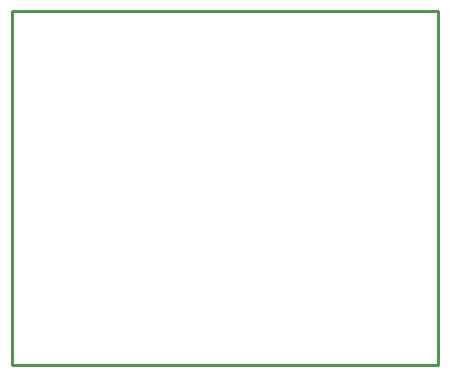
<source format=gko>
%FSDAX24Y24*%
%MOIN*%
%SFA1B1*%

%IPPOS*%
%ADD17C,0.010000*%
%LNpcb_dac_mp-1*%
%LPD*%
G54D17*
X000000Y000000D02*
Y011800D01*
X014200*
Y000000D02*
Y011800D01*
X000000Y000000D02*
X014200D01*
M02*
</source>
